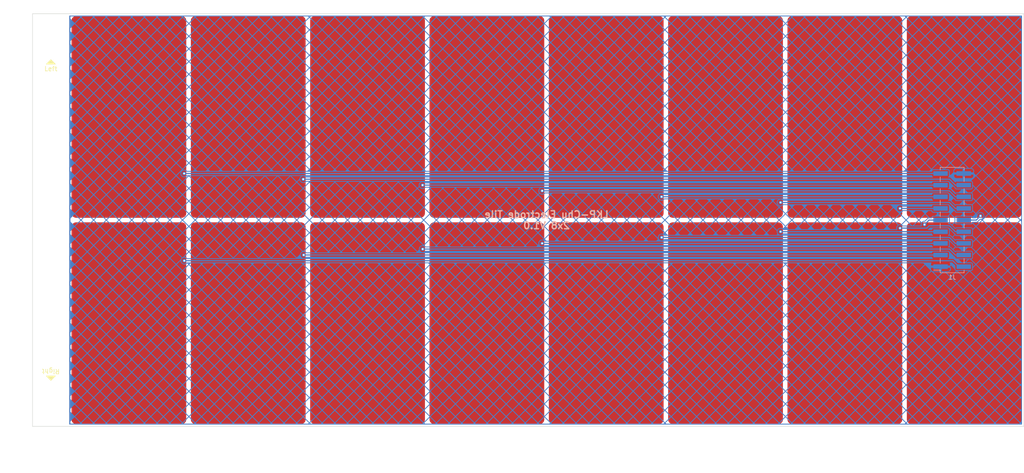
<source format=kicad_pcb>
(kicad_pcb (version 20210228) (generator pcbnew)
  (layers (0 "F.Cu" signal) (31 "B.Cu" signal) (34 "B.Paste" user) (35 "F.Paste" user) (36 "B.SilkS" user "B.Silkscreen") (37 "F.SilkS" user "F.Silkscreen") (38 "B.Mask" user) (39 "F.Mask" user) (44 "Edge.Cuts" user))
  (net 0 "")
  (net 1 "GNDA")
  (net 2 "Net-(J1-Pad17)")
  (net 3 "Net-(J1-Pad16)")
  (net 4 "Net-(J1-Pad15)")
  (net 5 "Net-(J1-Pad14)")
  (net 6 "Net-(J1-Pad13)")
  (net 7 "Net-(J1-Pad12)")
  (net 8 "Net-(J1-Pad11)")
  (net 9 "Net-(J1-Pad10)")
  (net 10 "Net-(J1-Pad9)")
  (net 11 "Net-(J1-Pad8)")
  (net 12 "Net-(J1-Pad7)")
  (net 13 "Net-(J1-Pad6)")
  (net 14 "Net-(J1-Pad5)")
  (net 15 "Net-(J1-Pad4)")
  (net 16 "Net-(J1-Pad3)")
  (net 17 "Net-(J1-Pad2)")
  (footprint "MountingHole:MountingHole_3.2mm_M3_ISO7380" (layer "F.Cu") (at 44.25 46)
    (fp_text reference "H1" hide)
    (fp_text value "MountingHole")
    (pad "1" np_thru_hole circle (at 0 0) (size 3.2 3.2) (drill 3.2) (layers *.Cu *.Mask))
  )
  (footprint "MountingHole:MountingHole_3.2mm_M3_ISO7380" (layer "F.Cu") (at 44.25 126)
    (fp_text reference "H2" hide)
    (fp_text value "MountingHole")
    (pad "1" np_thru_hole circle (at 0 0) (size 3.2 3.2) (drill 3.2) (layers *.Cu *.Mask))
  )
  (footprint "private:CapSense_Electrode_25x44mm" (layer "F.Cu") (at 87.25 108.5)
    (fp_text reference "J2" hide)
    (fp_text value "Electrode 1")
    (pad "1" smd roundrect (at 0 0) (size 25 44) (layers "F.Cu") (roundrect_rratio 0.04) (net 16 "Net-(J1-Pad3)"))
  )
  (footprint "private:CapSense_Electrode_25x44mm" (layer "F.Cu") (at 139.25 108.5)
    (fp_text reference "J3" hide)
    (fp_text value "Electrode 3")
    (pad "1" smd roundrect (at 0 0) (size 25 44) (layers "F.Cu") (roundrect_rratio 0.04) (net 14 "Net-(J1-Pad5)"))
  )
  (footprint "private:CapSense_Electrode_25x44mm" (layer "F.Cu") (at 191.25 108.5)
    (fp_text reference "J4" hide)
    (fp_text value "Electrode 5")
    (pad "1" smd roundrect (at 0 0) (size 25 44) (layers "F.Cu") (roundrect_rratio 0.04) (net 12 "Net-(J1-Pad7)"))
  )
  (footprint "private:CapSense_Electrode_25x44mm" (layer "F.Cu") (at 243.25 108.5)
    (fp_text reference "J5" hide)
    (fp_text value "Electrode 7")
    (pad "1" smd roundrect (at 0 0) (size 25 44) (layers "F.Cu") (roundrect_rratio 0.04) (net 10 "Net-(J1-Pad9)"))
  )
  (footprint "private:CapSense_Electrode_25x44mm" (layer "F.Cu") (at 217.25 63.5)
    (fp_text reference "J6" hide)
    (fp_text value "Electrode 9")
    (pad "1" smd roundrect (at 0 0) (size 25 44) (layers "F.Cu") (roundrect_rratio 0.04) (net 8 "Net-(J1-Pad11)"))
  )
  (footprint "private:CapSense_Electrode_25x44mm" (layer "F.Cu") (at 165.25 63.5)
    (fp_text reference "J7" hide)
    (fp_text value "Electrode 11")
    (pad "1" smd roundrect (at 0 0) (size 25 44) (layers "F.Cu") (roundrect_rratio 0.04) (net 6 "Net-(J1-Pad13)"))
  )
  (footprint "private:CapSense_Electrode_25x44mm" (layer "F.Cu") (at 113.25 63.5)
    (fp_text reference "J8" hide)
    (fp_text value "Electrode 13")
    (pad "1" smd roundrect (at 0 0) (size 25 44) (layers "F.Cu") (roundrect_rratio 0.04) (net 4 "Net-(J1-Pad15)"))
  )
  (footprint "private:CapSense_Electrode_25x44mm" (layer "F.Cu") (at 61.25 63.5)
    (fp_text reference "J9" hide)
    (fp_text value "Electrode 15")
    (pad "1" smd roundrect (at 0 0) (size 25 44) (layers "F.Cu") (roundrect_rratio 0.04) (net 2 "Net-(J1-Pad17)"))
  )
  (footprint "private:CapSense_Electrode_25x44mm" (layer "F.Cu") (at 61.25 108.5)
    (fp_text reference "J10" hide)
    (fp_text value "Electrode 0")
    (pad "1" smd roundrect (at 0 0) (size 25 44) (layers "F.Cu") (roundrect_rratio 0.04) (net 17 "Net-(J1-Pad2)"))
  )
  (footprint "private:CapSense_Electrode_25x44mm" (layer "F.Cu") (at 113.25 108.5)
    (fp_text reference "J11" hide)
    (fp_text value "Electrode 2")
    (pad "1" smd roundrect (at 0 0) (size 25 44) (layers "F.Cu") (roundrect_rratio 0.04) (net 15 "Net-(J1-Pad4)"))
  )
  (footprint "private:CapSense_Electrode_25x44mm" (layer "F.Cu") (at 165.25 108.5)
    (fp_text reference "J12" hide)
    (fp_text value "Electrode 4")
    (pad "1" smd roundrect (at 0 0) (size 25 44) (layers "F.Cu") (roundrect_rratio 0.04) (net 13 "Net-(J1-Pad6)"))
  )
  (footprint "private:CapSense_Electrode_25x44mm" (layer "F.Cu") (at 217.25 108.5)
    (fp_text reference "J13" hide)
    (fp_text value "Electrode 6")
    (pad "1" smd roundrect (at 0 0) (size 25 44) (layers "F.Cu") (roundrect_rratio 0.04) (net 11 "Net-(J1-Pad8)"))
  )
  (footprint "private:CapSense_Electrode_25x44mm" (layer "F.Cu") (at 243.25 63.5)
    (fp_text reference "J14" hide)
    (fp_text value "Electrode 8")
    (pad "1" smd roundrect (at 0 0) (size 25 44) (layers "F.Cu") (roundrect_rratio 0.04) (net 9 "Net-(J1-Pad10)"))
  )
  (footprint "private:CapSense_Electrode_25x44mm" (layer "F.Cu") (at 191.25 63.5)
    (fp_text reference "J15" hide)
    (fp_text value "Electrode 10")
    (pad "1" smd roundrect (at 0 0) (size 25 44) (layers "F.Cu") (roundrect_rratio 0.04) (net 7 "Net-(J1-Pad12)"))
  )
  (footprint "private:CapSense_Electrode_25x44mm" (layer "F.Cu") (at 139.25 63.5)
    (fp_text reference "J16" hide)
    (fp_text value "Electrode 12")
    (pad "1" smd roundrect (at 0 0) (size 25 44) (layers "F.Cu") (roundrect_rratio 0.04) (net 5 "Net-(J1-Pad14)"))
  )
  (footprint "private:CapSense_Electrode_25x44mm" (layer "F.Cu") (at 87.25 63.5)
    (fp_text reference "J17" hide)
    (fp_text value "Electrode 14")
    (pad "1" smd roundrect (at 0 0) (size 25 44) (layers "F.Cu") (roundrect_rratio 0.04) (net 3 "Net-(J1-Pad16)"))
  )
  (footprint "MountingHole:MountingHole_3.2mm_M3_ISO7380" (layer "F.Cu") (at 44.25 86)
    (fp_text reference "H3" hide)
    (fp_text value "MountingHole")
    (pad "1" np_thru_hole circle (at 0 0) (size 3.2 3.2) (drill 3.2) (layers *.Cu *.Mask))
  )
  (footprint "Connector_PinHeader_2.54mm:PinHeader_2x09_P2.54mm_Vertical_SMD" (layer "B.Cu") (at 240.625 86)
    (fp_text reference "J1" (at 0 12.49) (layer "B.SilkS") (effects (justify mirror)))
    (fp_text value "Intercon")
    (fp_line (start -2.6 -0.76) (end -2.6 -1.78) (layer "B.SilkS") (width 0.12))
    (fp_line (start -2.6 1.78) (end -2.6 0.76) (layer "B.SilkS") (width 0.12))
    (fp_line (start -4.04 10.92) (end -2.6 10.92) (layer "B.SilkS") (width 0.12))
    (fp_line (start -2.6 -3.3) (end -2.6 -4.32) (layer "B.SilkS") (width 0.12))
    (fp_line (start -2.6 6.86) (end -2.6 5.84) (layer "B.SilkS") (width 0.12))
    (fp_line (start 2.6 -8.38) (end 2.6 -9.4) (layer "B.SilkS") (width 0.12))
    (fp_line (start 2.6 9.4) (end 2.6 8.38) (layer "B.SilkS") (width 0.12))
    (fp_line (start -2.6 -8.38) (end -2.6 -9.4) (layer "B.SilkS") (width 0.12))
    (fp_line (start 2.6 4.32) (end 2.6 3.3) (layer "B.SilkS") (width 0.12))
    (fp_line (start -2.6 11.49) (end 2.6 11.49) (layer "B.SilkS") (width 0.12))
    (fp_line (start 2.6 1.78) (end 2.6 0.76) (layer "B.SilkS") (width 0.12))
    (fp_line (start -2.6 11.49) (end -2.6 10.92) (layer "B.SilkS") (width 0.12))
    (fp_line (start 2.6 -0.76) (end 2.6 -1.78) (layer "B.SilkS") (width 0.12))
    (fp_line (start 2.6 -10.92) (end 2.6 -11.49) (layer "B.SilkS") (width 0.12))
    (fp_line (start 2.6 6.86) (end 2.6 5.84) (layer "B.SilkS") (width 0.12))
    (fp_line (start -2.6 -10.92) (end -2.6 -11.49) (layer "B.SilkS") (width 0.12))
    (fp_line (start 2.6 -3.3) (end 2.6 -4.32) (layer "B.SilkS") (width 0.12))
    (fp_line (start -2.6 -5.84) (end -2.6 -6.86) (layer "B.SilkS") (width 0.12))
    (fp_line (start 2.6 11.49) (end 2.6 10.92) (layer "B.SilkS") (width 0.12))
    (fp_line (start -2.6 9.4) (end -2.6 8.38) (layer "B.SilkS") (width 0.12))
    (fp_line (start -2.6 -11.49) (end 2.6 -11.49) (layer "B.SilkS") (width 0.12))
    (fp_line (start -2.6 4.32) (end -2.6 3.3) (layer "B.SilkS") (width 0.12))
    (fp_line (start 2.6 -5.84) (end 2.6 -6.86) (layer "B.SilkS") (width 0.12))
    (pad "1" smd rect (at -2.525 10.16) (size 3.15 1) (layers "B.Cu" "B.Paste" "B.Mask") (net 1 "GNDA"))
    (pad "2" smd rect (at 2.525 10.16) (size 3.15 1) (layers "B.Cu" "B.Paste" "B.Mask") (net 17 "Net-(J1-Pad2)"))
    (pad "3" smd rect (at -2.525 7.62) (size 3.15 1) (layers "B.Cu" "B.Paste" "B.Mask") (net 16 "Net-(J1-Pad3)"))
    (pad "4" smd rect (at 2.525 7.62) (size 3.15 1) (layers "B.Cu" "B.Paste" "B.Mask") (net 15 "Net-(J1-Pad4)"))
    (pad "5" smd rect (at -2.525 5.08) (size 3.15 1) (layers "B.Cu" "B.Paste" "B.Mask") (net 14 "Net-(J1-Pad5)"))
    (pad "6" smd rect (at 2.525 5.08) (size 3.15 1) (layers "B.Cu" "B.Paste" "B.Mask") (net 13 "Net-(J1-Pad6)"))
    (pad "7" smd rect (at -2.525 2.54) (size 3.15 1) (layers "B.Cu" "B.Paste" "B.Mask") (net 12 "Net-(J1-Pad7)"))
    (pad "8" smd rect (at 2.525 2.54) (size 3.15 1) (layers "B.Cu" "B.Paste" "B.Mask") (net 11 "Net-(J1-Pad8)"))
    (pad "9" smd rect (at -2.525 0) (size 3.15 1) (layers "B.Cu" "B.Paste" "B.Mask") (net 10 "Net-(J1-Pad9)"))
    (pad "10" smd rect (at 2.525 0) (size 3.15 1) (layers "B.Cu" "B.Paste" "B.Mask") (net 9 "Net-(J1-Pad10)"))
    (pad "11" smd rect (at -2.525 -2.54) (size 3.15 1) (layers "B.Cu" "B.Paste" "B.Mask") (net 8 "Net-(J1-Pad11)"))
    (pad "12" smd rect (at 2.525 -2.54) (size 3.15 1) (layers "B.Cu" "B.Paste" "B.Mask") (net 7 "Net-(J1-Pad12)"))
    (pad "13" smd rect (at -2.525 -5.08) (size 3.15 1) (layers "B.Cu" "B.Paste" "B.Mask") (net 6 "Net-(J1-Pad13)"))
    (pad "14" smd rect (at 2.525 -5.08) (size 3.15 1) (layers "B.Cu" "B.Paste" "B.Mask") (net 5 "Net-(J1-Pad14)"))
    (pad "15" smd rect (at -2.525 -7.62) (size 3.15 1) (layers "B.Cu" "B.Paste" "B.Mask") (net 4 "Net-(J1-Pad15)"))
    (pad "16" smd rect (at 2.525 -7.62) (size 3.15 1) (layers "B.Cu" "B.Paste" "B.Mask") (net 3 "Net-(J1-Pad16)"))
    (pad "17" smd rect (at -2.525 -10.16) (size 3.15 1) (layers "B.Cu" "B.Paste" "B.Mask") (net 2 "Net-(J1-Pad17)"))
    (pad "18" smd rect (at 2.525 -10.16) (size 3.15 1) (layers "B.Cu" "B.Paste" "B.Mask") (net 1 "GNDA"))
  )
  (gr_poly (pts (xy 44.25 51) (xy 43.25 52) (xy 45.25 52)) (layer "F.SilkS") (width 0.1) (fill solid))
  (gr_poly (pts (xy 44.25 121) (xy 43.25 120) (xy 45.25 120)) (layer "F.SilkS") (width 0.1) (fill solid))
  (gr_line (start 256.25 131) (end 256.25 41) (layer "Edge.Cuts") (width 0.1))
  (gr_line (start 256.25 41) (end 40.25 41) (layer "Edge.Cuts") (width 0.1))
  (gr_line (start 40.25 41) (end 40.25 131) (layer "Edge.Cuts") (width 0.1))
  (gr_line (start 40.25 131) (end 256.25 131) (layer "Edge.Cuts") (width 0.1))
  (gr_text "LKP-Chu Electrode Tile\n2x8 V1.0" (at 152.25 86) (layer "B.SilkS") (effects (font (size 1.5 1.5) (thickness 0.3)) (justify mirror)))
  (gr_text "Left" (at 44.25 53) (layer "F.SilkS") (effects (font (size 1 1))))
  (gr_text "Right" (at 44.25 119 180) (layer "F.SilkS") (effects (font (size 1 1))))
  (via (at 73.294 75.84) (size 0.8) (drill 0.4) (layers "F.Cu" "B.Cu") (net 2))
  (segment (start 238.1 75.84) (end 73.294 75.84) (width 0.25) (layer "B.Cu") (net 2))
  (via (at 99.223 77.089) (size 0.8) (drill 0.4) (layers "F.Cu" "B.Cu") (net 3))
  (segment (start 99.223 77.089) (end 240.034 77.089) (width 0.25) (layer "B.Cu") (net 3))
  (segment (start 243.15 78.38) (end 241.325 78.38) (width 0.25) (layer "B.Cu") (net 3))
  (segment (start 241.325 78.38) (end 240.034 77.089) (width 0.25) (layer "B.Cu") (net 3))
  (via (at 125.237 78.38) (size 0.8) (drill 0.4) (layers "F.Cu" "B.Cu") (net 4))
  (segment (start 238.1 78.38) (end 125.237 78.38) (width 0.25) (layer "B.Cu") (net 4))
  (via (at 151.293 79.629) (size 0.8) (drill 0.4) (layers "F.Cu" "B.Cu") (net 5))
  (segment (start 151.293 79.629) (end 240.034 79.629) (width 0.25) (layer "B.Cu") (net 5))
  (segment (start 243.15 80.92) (end 241.325 80.92) (width 0.25) (layer "B.Cu") (net 5))
  (segment (start 241.325 80.92) (end 240.034 79.629) (width 0.25) (layer "B.Cu") (net 5))
  (via (at 177.307 80.92) (size 0.8) (drill 0.4) (layers "F.Cu" "B.Cu") (net 6))
  (segment (start 238.1 80.92) (end 177.307 80.92) (width 0.25) (layer "B.Cu") (net 6))
  (via (at 203.236 82.169) (size 0.8) (drill 0.4) (layers "F.Cu" "B.Cu") (net 7))
  (segment (start 203.236 82.169) (end 240.034 82.169) (width 0.25) (layer "B.Cu") (net 7))
  (segment (start 243.15 83.46) (end 241.325 83.46) (width 0.25) (layer "B.Cu") (net 7))
  (segment (start 241.325 83.46) (end 240.034 82.169) (width 0.25) (layer "B.Cu") (net 7))
  (via (at 229.271 83.46) (size 0.8) (drill 0.4) (layers "F.Cu" "B.Cu") (net 8))
  (segment (start 238.1 83.46) (end 229.271 83.46) (width 0.25) (layer "B.Cu") (net 8))
  (via (at 246.797 85.09) (size 0.8) (drill 0.4) (layers "F.Cu" "B.Cu") (net 9))
  (segment (start 243.15 86) (end 245.887 86) (width 0.25) (layer "B.Cu") (net 9))
  (segment (start 245.887 86) (end 246.797 85.09) (width 0.25) (layer "B.Cu") (net 9))
  (via (at 234.605 86.995) (size 0.8) (drill 0.4) (layers "F.Cu" "B.Cu") (net 10))
  (segment (start 234.605 86.995) (end 235.6 86) (width 0.25) (layer "B.Cu") (net 10))
  (segment (start 238.1 86) (end 235.6 86) (width 0.25) (layer "B.Cu") (net 10))
  (via (at 229.271 87.757) (size 0.8) (drill 0.4) (layers "F.Cu" "B.Cu") (net 11))
  (segment (start 235.621 87.249) (end 240.034 87.249) (width 0.25) (layer "B.Cu") (net 11))
  (segment (start 235.113 87.757) (end 235.621 87.249) (width 0.25) (layer "B.Cu") (net 11))
  (segment (start 240.034 87.249) (end 241.325 88.54) (width 0.25) (layer "B.Cu") (net 11))
  (segment (start 241.325 88.54) (end 243.15 88.54) (width 0.25) (layer "B.Cu") (net 11))
  (segment (start 229.271 87.757) (end 235.113 87.757) (width 0.25) (layer "B.Cu") (net 11))
  (via (at 203.236 88.54) (size 0.8) (drill 0.4) (layers "F.Cu" "B.Cu") (net 12))
  (segment (start 203.236 88.54) (end 203.638 88.54) (width 0.25) (layer "B.Cu") (net 12))
  (segment (start 238.1 88.54) (end 203.638 88.54) (width 0.25) (layer "B.Cu") (net 12))
  (via (at 177.328 89.789) (size 0.8) (drill 0.4) (layers "F.Cu" "B.Cu") (net 13))
  (segment (start 177.328 89.789) (end 240.034 89.789) (width 0.25) (layer "B.Cu") (net 13))
  (segment (start 241.325 91.08) (end 240.034 89.789) (width 0.25) (layer "B.Cu") (net 13))
  (segment (start 243.15 91.08) (end 241.325 91.08) (width 0.25) (layer "B.Cu") (net 13))
  (via (at 151.293 91.08) (size 0.8) (drill 0.4) (layers "F.Cu" "B.Cu") (net 14))
  (segment (start 151.293 91.08) (end 238.1 91.08) (width 0.25) (layer "B.Cu") (net 14))
  (via (at 125.258 92.329) (size 0.8) (drill 0.4) (layers "F.Cu" "B.Cu") (net 15))
  (segment (start 125.258 92.329) (end 240.034 92.329) (width 0.25) (layer "B.Cu") (net 15))
  (segment (start 241.325 93.62) (end 240.034 92.329) (width 0.25) (layer "B.Cu") (net 15))
  (segment (start 243.15 93.62) (end 241.325 93.62) (width 0.25) (layer "B.Cu") (net 15))
  (via (at 99.329 93.62) (size 0.8) (drill 0.4) (layers "F.Cu" "B.Cu") (net 16))
  (segment (start 238.1 93.62) (end 99.329 93.62) (width 0.25) (layer "B.Cu") (net 16))
  (via (at 73.315 94.869) (size 0.8) (drill 0.4) (layers "F.Cu" "B.Cu") (net 17))
  (segment (start 73.315 94.869) (end 240.784 94.869) (width 0.25) (layer "B.Cu") (net 17))
  (segment (start 243.15 96.16) (end 242.075 96.16) (width 0.25) (layer "B.Cu") (net 17))
  (segment (start 242.075 96.16) (end 240.784 94.869) (width 0.25) (layer "B.Cu") (net 17))
  (zone (net 1) (net_name "GNDA") (layer "B.Cu") (connect_pads (clearance 0.25)) (min_thickness 0.1524) (fill yes (mode hatch) (thermal_gap 0.508) (thermal_bridge_width 0.508) (hatch_thickness 0.1778) (hatch_gap 1.778) (hatch_orientation 45) (hatch_border_algorithm hatch_thickness) (hatch_min_hole_area 0.3))
    (polygon (pts (xy 48.25 41) (xy 256.25 41) (xy 256.25 131) (xy 48.25 131)))
  )
)
</source>
